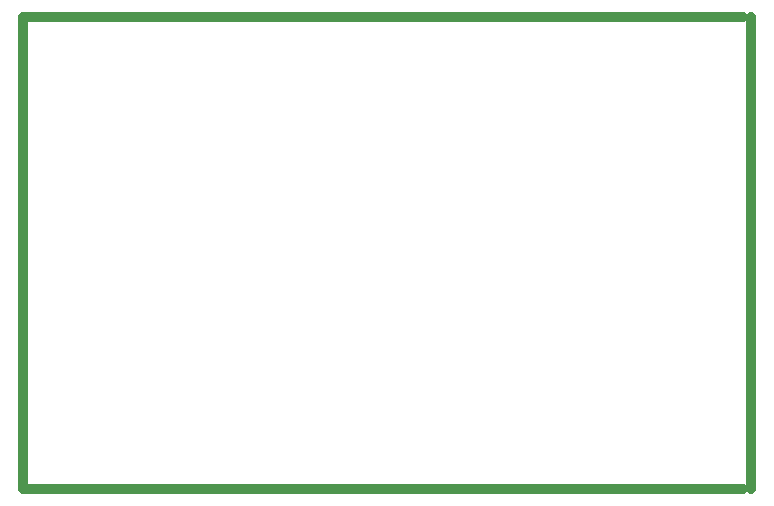
<source format=gko>
G04*
G04 #@! TF.GenerationSoftware,Altium Limited,Altium Designer,25.7.1 (20)*
G04*
G04 Layer_Color=16711935*
%FSLAX44Y44*%
%MOMM*%
G71*
G04*
G04 #@! TF.SameCoordinates,711889C3-5294-40D1-B7F6-5CF0684BB26A*
G04*
G04*
G04 #@! TF.FilePolarity,Positive*
G04*
G01*
G75*
%ADD52C,0.8128*%
D52*
X615950Y580390D02*
X615950Y180340D01*
X0D02*
X609600D01*
X0Y580390D02*
X609600D01*
X0Y180340D02*
Y580390D01*
M02*

</source>
